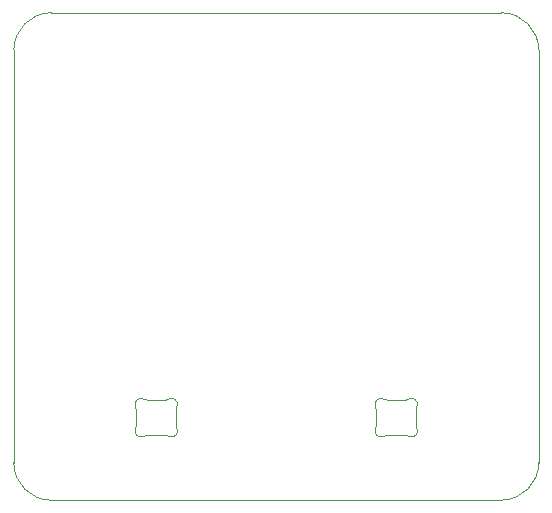
<source format=gbr>
%TF.GenerationSoftware,KiCad,Pcbnew,7.0.1*%
%TF.CreationDate,2023-05-11T20:00:56+01:00*%
%TF.ProjectId,MoonPad,4d6f6f6e-5061-4642-9e6b-696361645f70,rev?*%
%TF.SameCoordinates,Original*%
%TF.FileFunction,Profile,NP*%
%FSLAX46Y46*%
G04 Gerber Fmt 4.6, Leading zero omitted, Abs format (unit mm)*
G04 Created by KiCad (PCBNEW 7.0.1) date 2023-05-11 20:00:56*
%MOMM*%
%LPD*%
G01*
G04 APERTURE LIST*
%TA.AperFunction,Profile*%
%ADD10C,0.100000*%
%TD*%
G04 APERTURE END LIST*
D10*
X196850000Y-117475000D02*
G75*
G03*
X200025000Y-114300000I0J3175000D01*
G01*
X155575000Y-79375000D02*
X155575000Y-114300000D01*
X158750000Y-117475000D02*
X196850000Y-117475000D01*
X155575000Y-114300000D02*
G75*
G03*
X158750000Y-117475000I3175000J0D01*
G01*
X196850000Y-76200000D02*
X158750000Y-76200000D01*
X158750000Y-76200000D02*
G75*
G03*
X155575000Y-79375000I0J-3175000D01*
G01*
X200025000Y-79375000D02*
G75*
G03*
X196850000Y-76200000I-3175000J0D01*
G01*
X200025000Y-79375000D02*
X200025000Y-114300000D01*
%TO.C,D4*%
X189659999Y-111192842D02*
X189659999Y-109787158D01*
X188754452Y-108990000D02*
X187165548Y-108990000D01*
X187165548Y-111989999D02*
X188754453Y-111989999D01*
X186260001Y-109787158D02*
X186260001Y-111192842D01*
X189660000Y-111192843D02*
G75*
G03*
X189709485Y-111409720I499989J-1D01*
G01*
X189006711Y-112058297D02*
G75*
G03*
X189709484Y-111409720I252258J431700D01*
G01*
X189709484Y-109570280D02*
G75*
G03*
X189659999Y-109787158I450505J-216876D01*
G01*
X189709483Y-109570280D02*
G75*
G03*
X189006711Y-108921702I-450514J216878D01*
G01*
X188754452Y-108989999D02*
G75*
G03*
X189006711Y-108921700I6J499981D01*
G01*
X189006711Y-112058298D02*
G75*
G03*
X188754453Y-111989999I-252261J-431710D01*
G01*
X186913290Y-108921701D02*
G75*
G03*
X187165548Y-108990000I252260J431711D01*
G01*
X187165547Y-111990001D02*
G75*
G03*
X186913290Y-112058300I3J-500009D01*
G01*
X186210518Y-111409721D02*
G75*
G03*
X186913289Y-112058298I450512J-216879D01*
G01*
X186210518Y-111409721D02*
G75*
G03*
X186260001Y-111192842I-450548J216881D01*
G01*
X186913289Y-108921703D02*
G75*
G03*
X186210516Y-109570280I-252258J-431700D01*
G01*
X186260001Y-109787157D02*
G75*
G03*
X186210516Y-109570280I-499301J157D01*
G01*
%TO.C,D1*%
X169339999Y-111192842D02*
X169339999Y-109787158D01*
X168434452Y-108990000D02*
X166845548Y-108990000D01*
X166845548Y-111989999D02*
X168434453Y-111989999D01*
X165940001Y-109787158D02*
X165940001Y-111192842D01*
X169340000Y-111192843D02*
G75*
G03*
X169389485Y-111409720I499989J-1D01*
G01*
X168686711Y-112058297D02*
G75*
G03*
X169389484Y-111409720I252258J431700D01*
G01*
X169389484Y-109570280D02*
G75*
G03*
X169339999Y-109787158I450505J-216876D01*
G01*
X169389483Y-109570280D02*
G75*
G03*
X168686711Y-108921702I-450514J216878D01*
G01*
X168434452Y-108989999D02*
G75*
G03*
X168686711Y-108921700I6J499981D01*
G01*
X168686711Y-112058298D02*
G75*
G03*
X168434453Y-111989999I-252261J-431710D01*
G01*
X166593290Y-108921701D02*
G75*
G03*
X166845548Y-108990000I252260J431711D01*
G01*
X166845547Y-111990001D02*
G75*
G03*
X166593290Y-112058300I3J-500009D01*
G01*
X165890518Y-111409721D02*
G75*
G03*
X166593289Y-112058298I450512J-216879D01*
G01*
X165890518Y-111409721D02*
G75*
G03*
X165940001Y-111192842I-450548J216881D01*
G01*
X166593289Y-108921703D02*
G75*
G03*
X165890516Y-109570280I-252258J-431700D01*
G01*
X165940001Y-109787157D02*
G75*
G03*
X165890516Y-109570280I-499301J157D01*
G01*
%TD*%
M02*

</source>
